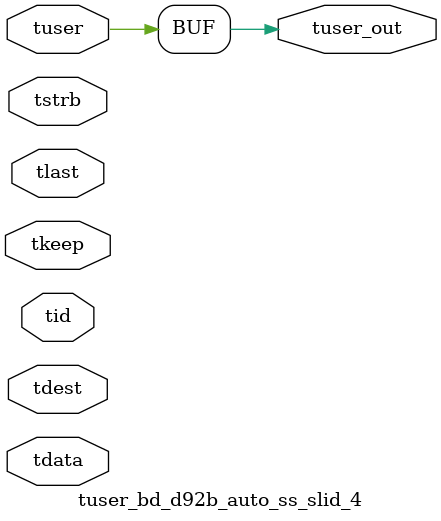
<source format=v>


`timescale 1ps/1ps

module tuser_bd_d92b_auto_ss_slid_4 #
(
parameter C_S_AXIS_TUSER_WIDTH = 1,
parameter C_S_AXIS_TDATA_WIDTH = 32,
parameter C_S_AXIS_TID_WIDTH   = 0,
parameter C_S_AXIS_TDEST_WIDTH = 0,
parameter C_M_AXIS_TUSER_WIDTH = 1
)
(
input  [(C_S_AXIS_TUSER_WIDTH == 0 ? 1 : C_S_AXIS_TUSER_WIDTH)-1:0     ] tuser,
input  [(C_S_AXIS_TDATA_WIDTH == 0 ? 1 : C_S_AXIS_TDATA_WIDTH)-1:0     ] tdata,
input  [(C_S_AXIS_TID_WIDTH   == 0 ? 1 : C_S_AXIS_TID_WIDTH)-1:0       ] tid,
input  [(C_S_AXIS_TDEST_WIDTH == 0 ? 1 : C_S_AXIS_TDEST_WIDTH)-1:0     ] tdest,
input  [(C_S_AXIS_TDATA_WIDTH/8)-1:0 ] tkeep,
input  [(C_S_AXIS_TDATA_WIDTH/8)-1:0 ] tstrb,
input                                                                    tlast,
output [C_M_AXIS_TUSER_WIDTH-1:0] tuser_out
);

assign tuser_out = {tuser[0:0]};

endmodule


</source>
